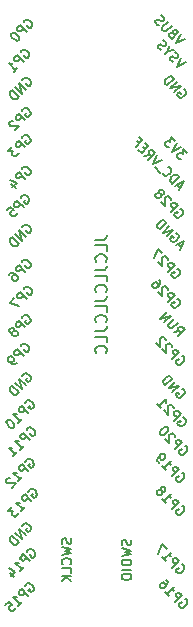
<source format=gbr>
G04 #@! TF.GenerationSoftware,KiCad,Pcbnew,5.1.9*
G04 #@! TF.CreationDate,2021-05-04T19:13:35+02:00*
G04 #@! TF.ProjectId,12v_FAN_Pico,3132765f-4641-44e5-9f50-69636f2e6b69,rev?*
G04 #@! TF.SameCoordinates,Original*
G04 #@! TF.FileFunction,Legend,Bot*
G04 #@! TF.FilePolarity,Positive*
%FSLAX46Y46*%
G04 Gerber Fmt 4.6, Leading zero omitted, Abs format (unit mm)*
G04 Created by KiCad (PCBNEW 5.1.9) date 2021-05-04 19:13:35*
%MOMM*%
%LPD*%
G01*
G04 APERTURE LIST*
%ADD10C,0.150000*%
G04 APERTURE END LIST*
D10*
X67778380Y-58372952D02*
X68492666Y-58372952D01*
X68635523Y-58325333D01*
X68730761Y-58230095D01*
X68778380Y-58087238D01*
X68778380Y-57992000D01*
X68778380Y-59325333D02*
X68778380Y-58849142D01*
X67778380Y-58849142D01*
X68683142Y-60230095D02*
X68730761Y-60182476D01*
X68778380Y-60039619D01*
X68778380Y-59944380D01*
X68730761Y-59801523D01*
X68635523Y-59706285D01*
X68540285Y-59658666D01*
X68349809Y-59611047D01*
X68206952Y-59611047D01*
X68016476Y-59658666D01*
X67921238Y-59706285D01*
X67826000Y-59801523D01*
X67778380Y-59944380D01*
X67778380Y-60039619D01*
X67826000Y-60182476D01*
X67873619Y-60230095D01*
X67778380Y-60944380D02*
X68492666Y-60944380D01*
X68635523Y-60896761D01*
X68730761Y-60801523D01*
X68778380Y-60658666D01*
X68778380Y-60563428D01*
X68778380Y-61896761D02*
X68778380Y-61420571D01*
X67778380Y-61420571D01*
X68683142Y-62801523D02*
X68730761Y-62753904D01*
X68778380Y-62611047D01*
X68778380Y-62515809D01*
X68730761Y-62372952D01*
X68635523Y-62277714D01*
X68540285Y-62230095D01*
X68349809Y-62182476D01*
X68206952Y-62182476D01*
X68016476Y-62230095D01*
X67921238Y-62277714D01*
X67826000Y-62372952D01*
X67778380Y-62515809D01*
X67778380Y-62611047D01*
X67826000Y-62753904D01*
X67873619Y-62801523D01*
X67778380Y-63515809D02*
X68492666Y-63515809D01*
X68635523Y-63468190D01*
X68730761Y-63372952D01*
X68778380Y-63230095D01*
X68778380Y-63134857D01*
X68778380Y-64468190D02*
X68778380Y-63992000D01*
X67778380Y-63992000D01*
X68683142Y-65372952D02*
X68730761Y-65325333D01*
X68778380Y-65182476D01*
X68778380Y-65087238D01*
X68730761Y-64944380D01*
X68635523Y-64849142D01*
X68540285Y-64801523D01*
X68349809Y-64753904D01*
X68206952Y-64753904D01*
X68016476Y-64801523D01*
X67921238Y-64849142D01*
X67826000Y-64944380D01*
X67778380Y-65087238D01*
X67778380Y-65182476D01*
X67826000Y-65325333D01*
X67873619Y-65372952D01*
X67778380Y-66087238D02*
X68492666Y-66087238D01*
X68635523Y-66039619D01*
X68730761Y-65944380D01*
X68778380Y-65801523D01*
X68778380Y-65706285D01*
X68778380Y-67039619D02*
X68778380Y-66563428D01*
X67778380Y-66563428D01*
X68683142Y-67944380D02*
X68730761Y-67896761D01*
X68778380Y-67753904D01*
X68778380Y-67658666D01*
X68730761Y-67515809D01*
X68635523Y-67420571D01*
X68540285Y-67372952D01*
X68349809Y-67325333D01*
X68206952Y-67325333D01*
X68016476Y-67372952D01*
X67921238Y-67420571D01*
X67826000Y-67515809D01*
X67778380Y-67658666D01*
X67778380Y-67753904D01*
X67826000Y-67896761D01*
X67873619Y-67944380D01*
X70808809Y-83775761D02*
X70846904Y-83890047D01*
X70846904Y-84080523D01*
X70808809Y-84156714D01*
X70770714Y-84194809D01*
X70694523Y-84232904D01*
X70618333Y-84232904D01*
X70542142Y-84194809D01*
X70504047Y-84156714D01*
X70465952Y-84080523D01*
X70427857Y-83928142D01*
X70389761Y-83851952D01*
X70351666Y-83813857D01*
X70275476Y-83775761D01*
X70199285Y-83775761D01*
X70123095Y-83813857D01*
X70085000Y-83851952D01*
X70046904Y-83928142D01*
X70046904Y-84118619D01*
X70085000Y-84232904D01*
X70046904Y-84499571D02*
X70846904Y-84690047D01*
X70275476Y-84842428D01*
X70846904Y-84994809D01*
X70046904Y-85185285D01*
X70846904Y-85490047D02*
X70046904Y-85490047D01*
X70046904Y-85680523D01*
X70085000Y-85794809D01*
X70161190Y-85871000D01*
X70237380Y-85909095D01*
X70389761Y-85947190D01*
X70504047Y-85947190D01*
X70656428Y-85909095D01*
X70732619Y-85871000D01*
X70808809Y-85794809D01*
X70846904Y-85680523D01*
X70846904Y-85490047D01*
X70846904Y-86290047D02*
X70046904Y-86290047D01*
X70046904Y-86823380D02*
X70046904Y-86975761D01*
X70085000Y-87051952D01*
X70161190Y-87128142D01*
X70313571Y-87166238D01*
X70580238Y-87166238D01*
X70732619Y-87128142D01*
X70808809Y-87051952D01*
X70846904Y-86975761D01*
X70846904Y-86823380D01*
X70808809Y-86747190D01*
X70732619Y-86671000D01*
X70580238Y-86632904D01*
X70313571Y-86632904D01*
X70161190Y-86671000D01*
X70085000Y-86747190D01*
X70046904Y-86823380D01*
X65728809Y-83661476D02*
X65766904Y-83775761D01*
X65766904Y-83966238D01*
X65728809Y-84042428D01*
X65690714Y-84080523D01*
X65614523Y-84118619D01*
X65538333Y-84118619D01*
X65462142Y-84080523D01*
X65424047Y-84042428D01*
X65385952Y-83966238D01*
X65347857Y-83813857D01*
X65309761Y-83737666D01*
X65271666Y-83699571D01*
X65195476Y-83661476D01*
X65119285Y-83661476D01*
X65043095Y-83699571D01*
X65005000Y-83737666D01*
X64966904Y-83813857D01*
X64966904Y-84004333D01*
X65005000Y-84118619D01*
X64966904Y-84385285D02*
X65766904Y-84575761D01*
X65195476Y-84728142D01*
X65766904Y-84880523D01*
X64966904Y-85071000D01*
X65690714Y-85832904D02*
X65728809Y-85794809D01*
X65766904Y-85680523D01*
X65766904Y-85604333D01*
X65728809Y-85490047D01*
X65652619Y-85413857D01*
X65576428Y-85375761D01*
X65424047Y-85337666D01*
X65309761Y-85337666D01*
X65157380Y-85375761D01*
X65081190Y-85413857D01*
X65005000Y-85490047D01*
X64966904Y-85604333D01*
X64966904Y-85680523D01*
X65005000Y-85794809D01*
X65043095Y-85832904D01*
X65766904Y-86556714D02*
X65766904Y-86175761D01*
X64966904Y-86175761D01*
X65766904Y-86823380D02*
X64966904Y-86823380D01*
X65766904Y-87280523D02*
X65309761Y-86937666D01*
X64966904Y-87280523D02*
X65424047Y-86823380D01*
X75070402Y-59002964D02*
X74801028Y-58733590D01*
X74962653Y-59218463D02*
X75339776Y-58464216D01*
X74585529Y-58841340D01*
X74639404Y-57817719D02*
X74720216Y-57844656D01*
X74801028Y-57925468D01*
X74854903Y-58033218D01*
X74854903Y-58140967D01*
X74827966Y-58221780D01*
X74747154Y-58356467D01*
X74666341Y-58437279D01*
X74531654Y-58518091D01*
X74450842Y-58545028D01*
X74343093Y-58545028D01*
X74235343Y-58491154D01*
X74181468Y-58437279D01*
X74127593Y-58329529D01*
X74127593Y-58275654D01*
X74316155Y-58087093D01*
X74423905Y-58194842D01*
X73831282Y-58087093D02*
X74396967Y-57521407D01*
X73508033Y-57763844D01*
X74073719Y-57198158D01*
X73238659Y-57494470D02*
X73804345Y-56928784D01*
X73669658Y-56794097D01*
X73561908Y-56740223D01*
X73454158Y-56740223D01*
X73373346Y-56767160D01*
X73238659Y-56847972D01*
X73157847Y-56928784D01*
X73077035Y-57063471D01*
X73050097Y-57144284D01*
X73050097Y-57252033D01*
X73103972Y-57359783D01*
X73238659Y-57494470D01*
X75262841Y-45614155D02*
X75343653Y-45641093D01*
X75424465Y-45721905D01*
X75478340Y-45829654D01*
X75478340Y-45937404D01*
X75451402Y-46018216D01*
X75370590Y-46152903D01*
X75289778Y-46233715D01*
X75155091Y-46314528D01*
X75074279Y-46341465D01*
X74966529Y-46341465D01*
X74858780Y-46287590D01*
X74804905Y-46233715D01*
X74751030Y-46125966D01*
X74751030Y-46072091D01*
X74939592Y-45883529D01*
X75047341Y-45991279D01*
X74454719Y-45883529D02*
X75020404Y-45317844D01*
X74131470Y-45560280D01*
X74697155Y-44994595D01*
X73862096Y-45290906D02*
X74427781Y-44725221D01*
X74293094Y-44590534D01*
X74185345Y-44536659D01*
X74077595Y-44536659D01*
X73996783Y-44563597D01*
X73862096Y-44644409D01*
X73781284Y-44725221D01*
X73700471Y-44859908D01*
X73673534Y-44940720D01*
X73673534Y-45048470D01*
X73727409Y-45156219D01*
X73862096Y-45290906D01*
X75135841Y-71014155D02*
X75216653Y-71041093D01*
X75297465Y-71121905D01*
X75351340Y-71229654D01*
X75351340Y-71337404D01*
X75324402Y-71418216D01*
X75243590Y-71552903D01*
X75162778Y-71633715D01*
X75028091Y-71714528D01*
X74947279Y-71741465D01*
X74839529Y-71741465D01*
X74731780Y-71687590D01*
X74677905Y-71633715D01*
X74624030Y-71525966D01*
X74624030Y-71472091D01*
X74812592Y-71283529D01*
X74920341Y-71391279D01*
X74327719Y-71283529D02*
X74893404Y-70717844D01*
X74004470Y-70960280D01*
X74570155Y-70394595D01*
X73735096Y-70690906D02*
X74300781Y-70125221D01*
X74166094Y-69990534D01*
X74058345Y-69936659D01*
X73950595Y-69936659D01*
X73869783Y-69963597D01*
X73735096Y-70044409D01*
X73654284Y-70125221D01*
X73573471Y-70259908D01*
X73546534Y-70340720D01*
X73546534Y-70448470D01*
X73600409Y-70556219D01*
X73735096Y-70690906D01*
X61616155Y-82598158D02*
X61643093Y-82517346D01*
X61723905Y-82436534D01*
X61831654Y-82382659D01*
X61939404Y-82382659D01*
X62020216Y-82409597D01*
X62154903Y-82490409D01*
X62235715Y-82571221D01*
X62316528Y-82705908D01*
X62343465Y-82786720D01*
X62343465Y-82894470D01*
X62289590Y-83002219D01*
X62235715Y-83056094D01*
X62127966Y-83109969D01*
X62074091Y-83109969D01*
X61885529Y-82921407D01*
X61993279Y-82813658D01*
X61885529Y-83406280D02*
X61319844Y-82840595D01*
X61562280Y-83729529D01*
X60996595Y-83163844D01*
X61292906Y-83998903D02*
X60727221Y-83433218D01*
X60592534Y-83567905D01*
X60538659Y-83675654D01*
X60538659Y-83783404D01*
X60565597Y-83864216D01*
X60646409Y-83998903D01*
X60727221Y-84079715D01*
X60861908Y-84160528D01*
X60942720Y-84187465D01*
X61050470Y-84187465D01*
X61158219Y-84133590D01*
X61292906Y-83998903D01*
X61616155Y-69898158D02*
X61643093Y-69817346D01*
X61723905Y-69736534D01*
X61831654Y-69682659D01*
X61939404Y-69682659D01*
X62020216Y-69709597D01*
X62154903Y-69790409D01*
X62235715Y-69871221D01*
X62316528Y-70005908D01*
X62343465Y-70086720D01*
X62343465Y-70194470D01*
X62289590Y-70302219D01*
X62235715Y-70356094D01*
X62127966Y-70409969D01*
X62074091Y-70409969D01*
X61885529Y-70221407D01*
X61993279Y-70113658D01*
X61885529Y-70706280D02*
X61319844Y-70140595D01*
X61562280Y-71029529D01*
X60996595Y-70463844D01*
X61292906Y-71298903D02*
X60727221Y-70733218D01*
X60592534Y-70867905D01*
X60538659Y-70975654D01*
X60538659Y-71083404D01*
X60565597Y-71164216D01*
X60646409Y-71298903D01*
X60727221Y-71379715D01*
X60861908Y-71460528D01*
X60942720Y-71487465D01*
X61050470Y-71487465D01*
X61158219Y-71433590D01*
X61292906Y-71298903D01*
X61616155Y-57325158D02*
X61643093Y-57244346D01*
X61723905Y-57163534D01*
X61831654Y-57109659D01*
X61939404Y-57109659D01*
X62020216Y-57136597D01*
X62154903Y-57217409D01*
X62235715Y-57298221D01*
X62316528Y-57432908D01*
X62343465Y-57513720D01*
X62343465Y-57621470D01*
X62289590Y-57729219D01*
X62235715Y-57783094D01*
X62127966Y-57836969D01*
X62074091Y-57836969D01*
X61885529Y-57648407D01*
X61993279Y-57540658D01*
X61885529Y-58133280D02*
X61319844Y-57567595D01*
X61562280Y-58456529D01*
X60996595Y-57890844D01*
X61292906Y-58725903D02*
X60727221Y-58160218D01*
X60592534Y-58294905D01*
X60538659Y-58402654D01*
X60538659Y-58510404D01*
X60565597Y-58591216D01*
X60646409Y-58725903D01*
X60727221Y-58806715D01*
X60861908Y-58887528D01*
X60942720Y-58914465D01*
X61050470Y-58914465D01*
X61158219Y-58860590D01*
X61292906Y-58725903D01*
X61616155Y-44879158D02*
X61643093Y-44798346D01*
X61723905Y-44717534D01*
X61831654Y-44663659D01*
X61939404Y-44663659D01*
X62020216Y-44690597D01*
X62154903Y-44771409D01*
X62235715Y-44852221D01*
X62316528Y-44986908D01*
X62343465Y-45067720D01*
X62343465Y-45175470D01*
X62289590Y-45283219D01*
X62235715Y-45337094D01*
X62127966Y-45390969D01*
X62074091Y-45390969D01*
X61885529Y-45202407D01*
X61993279Y-45094658D01*
X61885529Y-45687280D02*
X61319844Y-45121595D01*
X61562280Y-46010529D01*
X60996595Y-45444844D01*
X61292906Y-46279903D02*
X60727221Y-45714218D01*
X60592534Y-45848905D01*
X60538659Y-45956654D01*
X60538659Y-46064404D01*
X60565597Y-46145216D01*
X60646409Y-46279903D01*
X60727221Y-46360715D01*
X60861908Y-46441528D01*
X60942720Y-46468465D01*
X61050470Y-46468465D01*
X61158219Y-46414590D01*
X61292906Y-46279903D01*
X75387870Y-41367309D02*
X74633622Y-41744433D01*
X75010746Y-40990186D01*
X74364248Y-40882436D02*
X74256499Y-40828561D01*
X74202624Y-40828561D01*
X74121812Y-40855499D01*
X74041000Y-40936311D01*
X74014062Y-41017123D01*
X74014062Y-41070998D01*
X74041000Y-41151810D01*
X74256499Y-41367309D01*
X74822184Y-40801624D01*
X74633622Y-40613062D01*
X74552810Y-40586125D01*
X74498935Y-40586125D01*
X74418123Y-40613062D01*
X74364248Y-40666937D01*
X74337311Y-40747749D01*
X74337311Y-40801624D01*
X74364248Y-40882436D01*
X74552810Y-41070998D01*
X74256499Y-40235938D02*
X73798563Y-40693874D01*
X73717751Y-40720812D01*
X73663876Y-40720812D01*
X73583064Y-40693874D01*
X73475314Y-40586125D01*
X73448377Y-40505312D01*
X73448377Y-40451438D01*
X73475314Y-40370625D01*
X73933250Y-39912690D01*
X73152065Y-40209001D02*
X73044316Y-40155126D01*
X72909629Y-40020439D01*
X72882691Y-39939627D01*
X72882691Y-39885752D01*
X72909629Y-39804940D01*
X72963503Y-39751065D01*
X73044316Y-39724128D01*
X73098190Y-39724128D01*
X73179003Y-39751065D01*
X73313690Y-39831877D01*
X73394502Y-39858815D01*
X73448377Y-39858815D01*
X73529189Y-39831877D01*
X73583064Y-39778003D01*
X73610001Y-39697190D01*
X73610001Y-39643316D01*
X73583064Y-39562503D01*
X73448377Y-39427816D01*
X73340627Y-39373942D01*
X75447526Y-43331966D02*
X74693279Y-43709089D01*
X75070402Y-42954842D01*
X74370030Y-43331966D02*
X74262280Y-43278091D01*
X74127593Y-43143404D01*
X74100656Y-43062592D01*
X74100656Y-43008717D01*
X74127593Y-42927905D01*
X74181468Y-42874030D01*
X74262280Y-42847093D01*
X74316155Y-42847093D01*
X74396967Y-42874030D01*
X74531654Y-42954842D01*
X74612467Y-42981780D01*
X74666341Y-42981780D01*
X74747154Y-42954842D01*
X74801028Y-42900967D01*
X74827966Y-42820155D01*
X74827966Y-42766280D01*
X74801028Y-42685468D01*
X74666341Y-42550781D01*
X74558592Y-42496906D01*
X73939032Y-42416094D02*
X73669658Y-42685468D01*
X74423905Y-42308345D02*
X73939032Y-42416094D01*
X74046781Y-41931221D01*
X73346409Y-42308345D02*
X73238659Y-42254470D01*
X73103972Y-42119783D01*
X73077035Y-42038971D01*
X73077035Y-41985096D01*
X73103972Y-41904284D01*
X73157847Y-41850409D01*
X73238659Y-41823471D01*
X73292534Y-41823471D01*
X73373346Y-41850409D01*
X73508033Y-41931221D01*
X73588845Y-41958158D01*
X73642720Y-41958158D01*
X73723532Y-41931221D01*
X73777407Y-41877346D01*
X73804345Y-41796534D01*
X73804345Y-41742659D01*
X73777407Y-41661847D01*
X73642720Y-41527160D01*
X73534971Y-41473285D01*
X75559152Y-51063592D02*
X75208966Y-50713406D01*
X75182028Y-51117467D01*
X75101216Y-51036654D01*
X75020404Y-51009717D01*
X74966529Y-51009717D01*
X74885717Y-51036654D01*
X74751030Y-51171341D01*
X74724093Y-51252154D01*
X74724093Y-51306028D01*
X74751030Y-51386841D01*
X74912654Y-51548465D01*
X74993467Y-51575402D01*
X75047341Y-51575402D01*
X75047341Y-50551781D02*
X74293094Y-50928905D01*
X74670218Y-50174658D01*
X74535531Y-50039971D02*
X74185345Y-49689784D01*
X74158407Y-50093845D01*
X74077595Y-50013033D01*
X73996783Y-49986096D01*
X73942908Y-49986096D01*
X73862096Y-50013033D01*
X73727409Y-50147720D01*
X73700471Y-50228532D01*
X73700471Y-50282407D01*
X73727409Y-50363219D01*
X73889033Y-50524844D01*
X73969845Y-50551781D01*
X74023720Y-50551781D01*
X74997211Y-53976773D02*
X74727837Y-53707399D01*
X74889462Y-54192272D02*
X75266585Y-53438025D01*
X74512338Y-53815149D01*
X74323776Y-53626587D02*
X74889462Y-53060902D01*
X74754775Y-52926215D01*
X74647025Y-52872340D01*
X74539276Y-52872340D01*
X74458463Y-52899277D01*
X74323776Y-52980089D01*
X74242964Y-53060902D01*
X74162152Y-53195589D01*
X74135215Y-53276401D01*
X74135215Y-53384150D01*
X74189089Y-53491900D01*
X74323776Y-53626587D01*
X73488717Y-52683778D02*
X73488717Y-52737653D01*
X73542592Y-52845402D01*
X73596467Y-52899277D01*
X73704216Y-52953152D01*
X73811966Y-52953152D01*
X73892778Y-52926215D01*
X74027465Y-52845402D01*
X74108277Y-52764590D01*
X74189089Y-52629903D01*
X74216027Y-52549091D01*
X74216027Y-52441341D01*
X74162152Y-52333592D01*
X74108277Y-52279717D01*
X74000528Y-52225842D01*
X73946653Y-52225842D01*
X73273218Y-52683778D02*
X72842219Y-52252780D01*
X73407905Y-51579345D02*
X72653658Y-51956468D01*
X73030781Y-51202221D01*
X71953285Y-51256096D02*
X72411221Y-51175284D01*
X72276534Y-51579345D02*
X72842219Y-51013659D01*
X72626720Y-50798160D01*
X72545908Y-50771223D01*
X72492033Y-50771223D01*
X72411221Y-50798160D01*
X72330409Y-50878972D01*
X72303471Y-50959784D01*
X72303471Y-51013659D01*
X72330409Y-51094471D01*
X72545908Y-51309971D01*
X72007160Y-50717348D02*
X71818598Y-50528786D01*
X71441475Y-50744285D02*
X71710849Y-51013659D01*
X72276534Y-50447974D01*
X72007160Y-50178600D01*
X71306788Y-50016975D02*
X71495349Y-50205537D01*
X71199038Y-50501849D02*
X71764723Y-49936163D01*
X71495349Y-49666789D01*
X74997277Y-55762592D02*
X75078089Y-55789529D01*
X75158902Y-55870341D01*
X75212776Y-55978091D01*
X75212776Y-56085841D01*
X75185839Y-56166653D01*
X75105027Y-56301340D01*
X75024215Y-56382152D01*
X74889528Y-56462964D01*
X74808715Y-56489902D01*
X74700966Y-56489902D01*
X74593216Y-56436027D01*
X74539341Y-56382152D01*
X74485467Y-56274402D01*
X74485467Y-56220528D01*
X74674028Y-56031966D01*
X74781778Y-56139715D01*
X74189155Y-56031966D02*
X74754841Y-55466280D01*
X74539341Y-55250781D01*
X74458529Y-55223844D01*
X74404654Y-55223844D01*
X74323842Y-55250781D01*
X74243030Y-55331593D01*
X74216093Y-55412406D01*
X74216093Y-55466280D01*
X74243030Y-55547093D01*
X74458529Y-55762592D01*
X74162218Y-54981407D02*
X74162218Y-54927532D01*
X74135280Y-54846720D01*
X74000593Y-54712033D01*
X73919781Y-54685096D01*
X73865906Y-54685096D01*
X73785094Y-54712033D01*
X73731219Y-54765908D01*
X73677345Y-54873658D01*
X73677345Y-55520155D01*
X73327158Y-55169969D01*
X73327158Y-54523471D02*
X73407971Y-54550409D01*
X73461845Y-54550409D01*
X73542658Y-54523471D01*
X73569595Y-54496534D01*
X73596532Y-54415722D01*
X73596532Y-54361847D01*
X73569595Y-54281035D01*
X73461845Y-54173285D01*
X73381033Y-54146348D01*
X73327158Y-54146348D01*
X73246346Y-54173285D01*
X73219409Y-54200223D01*
X73192471Y-54281035D01*
X73192471Y-54334910D01*
X73219409Y-54415722D01*
X73327158Y-54523471D01*
X73354096Y-54604284D01*
X73354096Y-54658158D01*
X73327158Y-54738971D01*
X73219409Y-54846720D01*
X73138597Y-54873658D01*
X73084722Y-54873658D01*
X73003910Y-54846720D01*
X72896160Y-54738971D01*
X72869223Y-54658158D01*
X72869223Y-54604284D01*
X72896160Y-54523471D01*
X73003910Y-54415722D01*
X73084722Y-54388784D01*
X73138597Y-54388784D01*
X73219409Y-54415722D01*
X74743277Y-60842592D02*
X74824089Y-60869529D01*
X74904902Y-60950341D01*
X74958776Y-61058091D01*
X74958776Y-61165841D01*
X74931839Y-61246653D01*
X74851027Y-61381340D01*
X74770215Y-61462152D01*
X74635528Y-61542964D01*
X74554715Y-61569902D01*
X74446966Y-61569902D01*
X74339216Y-61516027D01*
X74285341Y-61462152D01*
X74231467Y-61354402D01*
X74231467Y-61300528D01*
X74420028Y-61111966D01*
X74527778Y-61219715D01*
X73935155Y-61111966D02*
X74500841Y-60546280D01*
X74285341Y-60330781D01*
X74204529Y-60303844D01*
X74150654Y-60303844D01*
X74069842Y-60330781D01*
X73989030Y-60411593D01*
X73962093Y-60492406D01*
X73962093Y-60546280D01*
X73989030Y-60627093D01*
X74204529Y-60842592D01*
X73908218Y-60061407D02*
X73908218Y-60007532D01*
X73881280Y-59926720D01*
X73746593Y-59792033D01*
X73665781Y-59765096D01*
X73611906Y-59765096D01*
X73531094Y-59792033D01*
X73477219Y-59845908D01*
X73423345Y-59953658D01*
X73423345Y-60600155D01*
X73073158Y-60249969D01*
X73450282Y-59495722D02*
X73073158Y-59118598D01*
X72749910Y-59926720D01*
X74743277Y-63382592D02*
X74824089Y-63409529D01*
X74904902Y-63490341D01*
X74958776Y-63598091D01*
X74958776Y-63705841D01*
X74931839Y-63786653D01*
X74851027Y-63921340D01*
X74770215Y-64002152D01*
X74635528Y-64082964D01*
X74554715Y-64109902D01*
X74446966Y-64109902D01*
X74339216Y-64056027D01*
X74285341Y-64002152D01*
X74231467Y-63894402D01*
X74231467Y-63840528D01*
X74420028Y-63651966D01*
X74527778Y-63759715D01*
X73935155Y-63651966D02*
X74500841Y-63086280D01*
X74285341Y-62870781D01*
X74204529Y-62843844D01*
X74150654Y-62843844D01*
X74069842Y-62870781D01*
X73989030Y-62951593D01*
X73962093Y-63032406D01*
X73962093Y-63086280D01*
X73989030Y-63167093D01*
X74204529Y-63382592D01*
X73908218Y-62601407D02*
X73908218Y-62547532D01*
X73881280Y-62466720D01*
X73746593Y-62332033D01*
X73665781Y-62305096D01*
X73611906Y-62305096D01*
X73531094Y-62332033D01*
X73477219Y-62385908D01*
X73423345Y-62493658D01*
X73423345Y-63140155D01*
X73073158Y-62789969D01*
X73153971Y-61739410D02*
X73261720Y-61847160D01*
X73288658Y-61927972D01*
X73288658Y-61981847D01*
X73261720Y-62116534D01*
X73180908Y-62251221D01*
X72965409Y-62466720D01*
X72884597Y-62493658D01*
X72830722Y-62493658D01*
X72749910Y-62466720D01*
X72642160Y-62358971D01*
X72615223Y-62278158D01*
X72615223Y-62224284D01*
X72642160Y-62143471D01*
X72776847Y-62008784D01*
X72857659Y-61981847D01*
X72911534Y-61981847D01*
X72992346Y-62008784D01*
X73100096Y-62116534D01*
X73127033Y-62197346D01*
X73127033Y-62251221D01*
X73100096Y-62332033D01*
X74456624Y-66205435D02*
X74914560Y-66124622D01*
X74779873Y-66528683D02*
X75345558Y-65962998D01*
X75130059Y-65747499D01*
X75049247Y-65720561D01*
X74995372Y-65720561D01*
X74914560Y-65747499D01*
X74833748Y-65828311D01*
X74806810Y-65909123D01*
X74806810Y-65962998D01*
X74833748Y-66043810D01*
X75049247Y-66259309D01*
X74779873Y-65397312D02*
X74321937Y-65855248D01*
X74241125Y-65882186D01*
X74187250Y-65882186D01*
X74106438Y-65855248D01*
X73998688Y-65747499D01*
X73971751Y-65666687D01*
X73971751Y-65612812D01*
X73998688Y-65532000D01*
X74456624Y-65074064D01*
X73621564Y-65370375D02*
X74187250Y-64804690D01*
X73298316Y-65047126D01*
X73864001Y-64481441D01*
X75124277Y-68208592D02*
X75205089Y-68235529D01*
X75285902Y-68316341D01*
X75339776Y-68424091D01*
X75339776Y-68531841D01*
X75312839Y-68612653D01*
X75232027Y-68747340D01*
X75151215Y-68828152D01*
X75016528Y-68908964D01*
X74935715Y-68935902D01*
X74827966Y-68935902D01*
X74720216Y-68882027D01*
X74666341Y-68828152D01*
X74612467Y-68720402D01*
X74612467Y-68666528D01*
X74801028Y-68477966D01*
X74908778Y-68585715D01*
X74316155Y-68477966D02*
X74881841Y-67912280D01*
X74666341Y-67696781D01*
X74585529Y-67669844D01*
X74531654Y-67669844D01*
X74450842Y-67696781D01*
X74370030Y-67777593D01*
X74343093Y-67858406D01*
X74343093Y-67912280D01*
X74370030Y-67993093D01*
X74585529Y-68208592D01*
X74289218Y-67427407D02*
X74289218Y-67373532D01*
X74262280Y-67292720D01*
X74127593Y-67158033D01*
X74046781Y-67131096D01*
X73992906Y-67131096D01*
X73912094Y-67158033D01*
X73858219Y-67211908D01*
X73804345Y-67319658D01*
X73804345Y-67966155D01*
X73454158Y-67615969D01*
X73750470Y-66888659D02*
X73750470Y-66834784D01*
X73723532Y-66753972D01*
X73588845Y-66619285D01*
X73508033Y-66592348D01*
X73454158Y-66592348D01*
X73373346Y-66619285D01*
X73319471Y-66673160D01*
X73265597Y-66780910D01*
X73265597Y-67427407D01*
X72915410Y-67077221D01*
X75251277Y-73415592D02*
X75332089Y-73442529D01*
X75412902Y-73523341D01*
X75466776Y-73631091D01*
X75466776Y-73738841D01*
X75439839Y-73819653D01*
X75359027Y-73954340D01*
X75278215Y-74035152D01*
X75143528Y-74115964D01*
X75062715Y-74142902D01*
X74954966Y-74142902D01*
X74847216Y-74089027D01*
X74793341Y-74035152D01*
X74739467Y-73927402D01*
X74739467Y-73873528D01*
X74928028Y-73684966D01*
X75035778Y-73792715D01*
X74443155Y-73684966D02*
X75008841Y-73119280D01*
X74793341Y-72903781D01*
X74712529Y-72876844D01*
X74658654Y-72876844D01*
X74577842Y-72903781D01*
X74497030Y-72984593D01*
X74470093Y-73065406D01*
X74470093Y-73119280D01*
X74497030Y-73200093D01*
X74712529Y-73415592D01*
X74416218Y-72634407D02*
X74416218Y-72580532D01*
X74389280Y-72499720D01*
X74254593Y-72365033D01*
X74173781Y-72338096D01*
X74119906Y-72338096D01*
X74039094Y-72365033D01*
X73985219Y-72418908D01*
X73931345Y-72526658D01*
X73931345Y-73173155D01*
X73581158Y-72822969D01*
X73042410Y-72284221D02*
X73365659Y-72607470D01*
X73204035Y-72445845D02*
X73769720Y-71880160D01*
X73742783Y-72014847D01*
X73742783Y-72122597D01*
X73769720Y-72203409D01*
X75378277Y-75828592D02*
X75459089Y-75855529D01*
X75539902Y-75936341D01*
X75593776Y-76044091D01*
X75593776Y-76151841D01*
X75566839Y-76232653D01*
X75486027Y-76367340D01*
X75405215Y-76448152D01*
X75270528Y-76528964D01*
X75189715Y-76555902D01*
X75081966Y-76555902D01*
X74974216Y-76502027D01*
X74920341Y-76448152D01*
X74866467Y-76340402D01*
X74866467Y-76286528D01*
X75055028Y-76097966D01*
X75162778Y-76205715D01*
X74570155Y-76097966D02*
X75135841Y-75532280D01*
X74920341Y-75316781D01*
X74839529Y-75289844D01*
X74785654Y-75289844D01*
X74704842Y-75316781D01*
X74624030Y-75397593D01*
X74597093Y-75478406D01*
X74597093Y-75532280D01*
X74624030Y-75613093D01*
X74839529Y-75828592D01*
X74543218Y-75047407D02*
X74543218Y-74993532D01*
X74516280Y-74912720D01*
X74381593Y-74778033D01*
X74300781Y-74751096D01*
X74246906Y-74751096D01*
X74166094Y-74778033D01*
X74112219Y-74831908D01*
X74058345Y-74939658D01*
X74058345Y-75586155D01*
X73708158Y-75235969D01*
X73923658Y-74320097D02*
X73869783Y-74266223D01*
X73788971Y-74239285D01*
X73735096Y-74239285D01*
X73654284Y-74266223D01*
X73519597Y-74347035D01*
X73384910Y-74481722D01*
X73304097Y-74616409D01*
X73277160Y-74697221D01*
X73277160Y-74751096D01*
X73304097Y-74831908D01*
X73357972Y-74885783D01*
X73438784Y-74912720D01*
X73492659Y-74912720D01*
X73573471Y-74885783D01*
X73708158Y-74804971D01*
X73842845Y-74670284D01*
X73923658Y-74535597D01*
X73950595Y-74454784D01*
X73950595Y-74400910D01*
X73923658Y-74320097D01*
X75124277Y-78114592D02*
X75205089Y-78141529D01*
X75285902Y-78222341D01*
X75339776Y-78330091D01*
X75339776Y-78437841D01*
X75312839Y-78518653D01*
X75232027Y-78653340D01*
X75151215Y-78734152D01*
X75016528Y-78814964D01*
X74935715Y-78841902D01*
X74827966Y-78841902D01*
X74720216Y-78788027D01*
X74666341Y-78734152D01*
X74612467Y-78626402D01*
X74612467Y-78572528D01*
X74801028Y-78383966D01*
X74908778Y-78491715D01*
X74316155Y-78383966D02*
X74881841Y-77818280D01*
X74666341Y-77602781D01*
X74585529Y-77575844D01*
X74531654Y-77575844D01*
X74450842Y-77602781D01*
X74370030Y-77683593D01*
X74343093Y-77764406D01*
X74343093Y-77818280D01*
X74370030Y-77899093D01*
X74585529Y-78114592D01*
X73454158Y-77521969D02*
X73777407Y-77845218D01*
X73615783Y-77683593D02*
X74181468Y-77117908D01*
X74154531Y-77252595D01*
X74154531Y-77360345D01*
X74181468Y-77441157D01*
X73184784Y-77252595D02*
X73077035Y-77144845D01*
X73050097Y-77064033D01*
X73050097Y-77010158D01*
X73077035Y-76875471D01*
X73157847Y-76740784D01*
X73373346Y-76525285D01*
X73454158Y-76498348D01*
X73508033Y-76498348D01*
X73588845Y-76525285D01*
X73696595Y-76633035D01*
X73723532Y-76713847D01*
X73723532Y-76767722D01*
X73696595Y-76848534D01*
X73561908Y-76983221D01*
X73481096Y-77010158D01*
X73427221Y-77010158D01*
X73346409Y-76983221D01*
X73238659Y-76875471D01*
X73211722Y-76794659D01*
X73211722Y-76740784D01*
X73238659Y-76659972D01*
X75124277Y-80908592D02*
X75205089Y-80935529D01*
X75285902Y-81016341D01*
X75339776Y-81124091D01*
X75339776Y-81231841D01*
X75312839Y-81312653D01*
X75232027Y-81447340D01*
X75151215Y-81528152D01*
X75016528Y-81608964D01*
X74935715Y-81635902D01*
X74827966Y-81635902D01*
X74720216Y-81582027D01*
X74666341Y-81528152D01*
X74612467Y-81420402D01*
X74612467Y-81366528D01*
X74801028Y-81177966D01*
X74908778Y-81285715D01*
X74316155Y-81177966D02*
X74881841Y-80612280D01*
X74666341Y-80396781D01*
X74585529Y-80369844D01*
X74531654Y-80369844D01*
X74450842Y-80396781D01*
X74370030Y-80477593D01*
X74343093Y-80558406D01*
X74343093Y-80612280D01*
X74370030Y-80693093D01*
X74585529Y-80908592D01*
X73454158Y-80315969D02*
X73777407Y-80639218D01*
X73615783Y-80477593D02*
X74181468Y-79911908D01*
X74154531Y-80046595D01*
X74154531Y-80154345D01*
X74181468Y-80235157D01*
X73454158Y-79669471D02*
X73534971Y-79696409D01*
X73588845Y-79696409D01*
X73669658Y-79669471D01*
X73696595Y-79642534D01*
X73723532Y-79561722D01*
X73723532Y-79507847D01*
X73696595Y-79427035D01*
X73588845Y-79319285D01*
X73508033Y-79292348D01*
X73454158Y-79292348D01*
X73373346Y-79319285D01*
X73346409Y-79346223D01*
X73319471Y-79427035D01*
X73319471Y-79480910D01*
X73346409Y-79561722D01*
X73454158Y-79669471D01*
X73481096Y-79750284D01*
X73481096Y-79804158D01*
X73454158Y-79884971D01*
X73346409Y-79992720D01*
X73265597Y-80019658D01*
X73211722Y-80019658D01*
X73130910Y-79992720D01*
X73023160Y-79884971D01*
X72996223Y-79804158D01*
X72996223Y-79750284D01*
X73023160Y-79669471D01*
X73130910Y-79561722D01*
X73211722Y-79534784D01*
X73265597Y-79534784D01*
X73346409Y-79561722D01*
X75124277Y-85861592D02*
X75205089Y-85888529D01*
X75285902Y-85969341D01*
X75339776Y-86077091D01*
X75339776Y-86184841D01*
X75312839Y-86265653D01*
X75232027Y-86400340D01*
X75151215Y-86481152D01*
X75016528Y-86561964D01*
X74935715Y-86588902D01*
X74827966Y-86588902D01*
X74720216Y-86535027D01*
X74666341Y-86481152D01*
X74612467Y-86373402D01*
X74612467Y-86319528D01*
X74801028Y-86130966D01*
X74908778Y-86238715D01*
X74316155Y-86130966D02*
X74881841Y-85565280D01*
X74666341Y-85349781D01*
X74585529Y-85322844D01*
X74531654Y-85322844D01*
X74450842Y-85349781D01*
X74370030Y-85430593D01*
X74343093Y-85511406D01*
X74343093Y-85565280D01*
X74370030Y-85646093D01*
X74585529Y-85861592D01*
X73454158Y-85268969D02*
X73777407Y-85592218D01*
X73615783Y-85430593D02*
X74181468Y-84864908D01*
X74154531Y-84999595D01*
X74154531Y-85107345D01*
X74181468Y-85188157D01*
X73831282Y-84514722D02*
X73454158Y-84137598D01*
X73130910Y-84945720D01*
X75378277Y-88782592D02*
X75459089Y-88809529D01*
X75539902Y-88890341D01*
X75593776Y-88998091D01*
X75593776Y-89105841D01*
X75566839Y-89186653D01*
X75486027Y-89321340D01*
X75405215Y-89402152D01*
X75270528Y-89482964D01*
X75189715Y-89509902D01*
X75081966Y-89509902D01*
X74974216Y-89456027D01*
X74920341Y-89402152D01*
X74866467Y-89294402D01*
X74866467Y-89240528D01*
X75055028Y-89051966D01*
X75162778Y-89159715D01*
X74570155Y-89051966D02*
X75135841Y-88486280D01*
X74920341Y-88270781D01*
X74839529Y-88243844D01*
X74785654Y-88243844D01*
X74704842Y-88270781D01*
X74624030Y-88351593D01*
X74597093Y-88432406D01*
X74597093Y-88486280D01*
X74624030Y-88567093D01*
X74839529Y-88782592D01*
X73708158Y-88189969D02*
X74031407Y-88513218D01*
X73869783Y-88351593D02*
X74435468Y-87785908D01*
X74408531Y-87920595D01*
X74408531Y-88028345D01*
X74435468Y-88109157D01*
X73788971Y-87139410D02*
X73896720Y-87247160D01*
X73923658Y-87327972D01*
X73923658Y-87381847D01*
X73896720Y-87516534D01*
X73815908Y-87651221D01*
X73600409Y-87866720D01*
X73519597Y-87893658D01*
X73465722Y-87893658D01*
X73384910Y-87866720D01*
X73277160Y-87758971D01*
X73250223Y-87678158D01*
X73250223Y-87624284D01*
X73277160Y-87543471D01*
X73411847Y-87408784D01*
X73492659Y-87381847D01*
X73546534Y-87381847D01*
X73627346Y-87408784D01*
X73735096Y-87516534D01*
X73762033Y-87597346D01*
X73762033Y-87651221D01*
X73735096Y-87732033D01*
X61858592Y-87689722D02*
X61885529Y-87608910D01*
X61966341Y-87528097D01*
X62074091Y-87474223D01*
X62181841Y-87474223D01*
X62262653Y-87501160D01*
X62397340Y-87581972D01*
X62478152Y-87662784D01*
X62558964Y-87797471D01*
X62585902Y-87878284D01*
X62585902Y-87986033D01*
X62532027Y-88093783D01*
X62478152Y-88147658D01*
X62370402Y-88201532D01*
X62316528Y-88201532D01*
X62127966Y-88012971D01*
X62235715Y-87905221D01*
X62127966Y-88497844D02*
X61562280Y-87932158D01*
X61346781Y-88147658D01*
X61319844Y-88228470D01*
X61319844Y-88282345D01*
X61346781Y-88363157D01*
X61427593Y-88443969D01*
X61508406Y-88470906D01*
X61562280Y-88470906D01*
X61643093Y-88443969D01*
X61858592Y-88228470D01*
X61265969Y-89359841D02*
X61589218Y-89036592D01*
X61427593Y-89198216D02*
X60861908Y-88632531D01*
X60996595Y-88659468D01*
X61104345Y-88659468D01*
X61185157Y-88632531D01*
X60188473Y-89305966D02*
X60457847Y-89036592D01*
X60754158Y-89279028D01*
X60700284Y-89279028D01*
X60619471Y-89305966D01*
X60484784Y-89440653D01*
X60457847Y-89521465D01*
X60457847Y-89575340D01*
X60484784Y-89656152D01*
X60619471Y-89790839D01*
X60700284Y-89817776D01*
X60754158Y-89817776D01*
X60834971Y-89790839D01*
X60969658Y-89656152D01*
X60996595Y-89575340D01*
X60996595Y-89521465D01*
X61985592Y-84768722D02*
X62012529Y-84687910D01*
X62093341Y-84607097D01*
X62201091Y-84553223D01*
X62308841Y-84553223D01*
X62389653Y-84580160D01*
X62524340Y-84660972D01*
X62605152Y-84741784D01*
X62685964Y-84876471D01*
X62712902Y-84957284D01*
X62712902Y-85065033D01*
X62659027Y-85172783D01*
X62605152Y-85226658D01*
X62497402Y-85280532D01*
X62443528Y-85280532D01*
X62254966Y-85091971D01*
X62362715Y-84984221D01*
X62254966Y-85576844D02*
X61689280Y-85011158D01*
X61473781Y-85226658D01*
X61446844Y-85307470D01*
X61446844Y-85361345D01*
X61473781Y-85442157D01*
X61554593Y-85522969D01*
X61635406Y-85549906D01*
X61689280Y-85549906D01*
X61770093Y-85522969D01*
X61985592Y-85307470D01*
X61392969Y-86438841D02*
X61716218Y-86115592D01*
X61554593Y-86277216D02*
X60988908Y-85711531D01*
X61123595Y-85738468D01*
X61231345Y-85738468D01*
X61312157Y-85711531D01*
X60530972Y-86546590D02*
X60908096Y-86923714D01*
X60450160Y-86196404D02*
X60988908Y-86465778D01*
X60638722Y-86815964D01*
X62112592Y-79688722D02*
X62139529Y-79607910D01*
X62220341Y-79527097D01*
X62328091Y-79473223D01*
X62435841Y-79473223D01*
X62516653Y-79500160D01*
X62651340Y-79580972D01*
X62732152Y-79661784D01*
X62812964Y-79796471D01*
X62839902Y-79877284D01*
X62839902Y-79985033D01*
X62786027Y-80092783D01*
X62732152Y-80146658D01*
X62624402Y-80200532D01*
X62570528Y-80200532D01*
X62381966Y-80011971D01*
X62489715Y-79904221D01*
X62381966Y-80496844D02*
X61816280Y-79931158D01*
X61600781Y-80146658D01*
X61573844Y-80227470D01*
X61573844Y-80281345D01*
X61600781Y-80362157D01*
X61681593Y-80442969D01*
X61762406Y-80469906D01*
X61816280Y-80469906D01*
X61897093Y-80442969D01*
X62112592Y-80227470D01*
X61519969Y-81358841D02*
X61843218Y-81035592D01*
X61681593Y-81197216D02*
X61115908Y-80631531D01*
X61250595Y-80658468D01*
X61358345Y-80658468D01*
X61439157Y-80631531D01*
X60765722Y-80981717D02*
X60415536Y-81331903D01*
X60819597Y-81358841D01*
X60738784Y-81439653D01*
X60711847Y-81520465D01*
X60711847Y-81574340D01*
X60738784Y-81655152D01*
X60873471Y-81789839D01*
X60954284Y-81816776D01*
X61008158Y-81816776D01*
X61088971Y-81789839D01*
X61250595Y-81628215D01*
X61277532Y-81547402D01*
X61277532Y-81493528D01*
X61858592Y-77148722D02*
X61885529Y-77067910D01*
X61966341Y-76987097D01*
X62074091Y-76933223D01*
X62181841Y-76933223D01*
X62262653Y-76960160D01*
X62397340Y-77040972D01*
X62478152Y-77121784D01*
X62558964Y-77256471D01*
X62585902Y-77337284D01*
X62585902Y-77445033D01*
X62532027Y-77552783D01*
X62478152Y-77606658D01*
X62370402Y-77660532D01*
X62316528Y-77660532D01*
X62127966Y-77471971D01*
X62235715Y-77364221D01*
X62127966Y-77956844D02*
X61562280Y-77391158D01*
X61346781Y-77606658D01*
X61319844Y-77687470D01*
X61319844Y-77741345D01*
X61346781Y-77822157D01*
X61427593Y-77902969D01*
X61508406Y-77929906D01*
X61562280Y-77929906D01*
X61643093Y-77902969D01*
X61858592Y-77687470D01*
X61265969Y-78818841D02*
X61589218Y-78495592D01*
X61427593Y-78657216D02*
X60861908Y-78091531D01*
X60996595Y-78118468D01*
X61104345Y-78118468D01*
X61185157Y-78091531D01*
X60538659Y-78522529D02*
X60484784Y-78522529D01*
X60403972Y-78549467D01*
X60269285Y-78684154D01*
X60242348Y-78764966D01*
X60242348Y-78818841D01*
X60269285Y-78899653D01*
X60323160Y-78953528D01*
X60430910Y-79007402D01*
X61077407Y-79007402D01*
X60727221Y-79357589D01*
X61985592Y-74481722D02*
X62012529Y-74400910D01*
X62093341Y-74320097D01*
X62201091Y-74266223D01*
X62308841Y-74266223D01*
X62389653Y-74293160D01*
X62524340Y-74373972D01*
X62605152Y-74454784D01*
X62685964Y-74589471D01*
X62712902Y-74670284D01*
X62712902Y-74778033D01*
X62659027Y-74885783D01*
X62605152Y-74939658D01*
X62497402Y-74993532D01*
X62443528Y-74993532D01*
X62254966Y-74804971D01*
X62362715Y-74697221D01*
X62254966Y-75289844D02*
X61689280Y-74724158D01*
X61473781Y-74939658D01*
X61446844Y-75020470D01*
X61446844Y-75074345D01*
X61473781Y-75155157D01*
X61554593Y-75235969D01*
X61635406Y-75262906D01*
X61689280Y-75262906D01*
X61770093Y-75235969D01*
X61985592Y-75020470D01*
X61392969Y-76151841D02*
X61716218Y-75828592D01*
X61554593Y-75990216D02*
X60988908Y-75424531D01*
X61123595Y-75451468D01*
X61231345Y-75451468D01*
X61312157Y-75424531D01*
X60854221Y-76690589D02*
X61177470Y-76367340D01*
X61015845Y-76528964D02*
X60450160Y-75963279D01*
X60584847Y-75990216D01*
X60692597Y-75990216D01*
X60773409Y-75963279D01*
X61858592Y-72195722D02*
X61885529Y-72114910D01*
X61966341Y-72034097D01*
X62074091Y-71980223D01*
X62181841Y-71980223D01*
X62262653Y-72007160D01*
X62397340Y-72087972D01*
X62478152Y-72168784D01*
X62558964Y-72303471D01*
X62585902Y-72384284D01*
X62585902Y-72492033D01*
X62532027Y-72599783D01*
X62478152Y-72653658D01*
X62370402Y-72707532D01*
X62316528Y-72707532D01*
X62127966Y-72518971D01*
X62235715Y-72411221D01*
X62127966Y-73003844D02*
X61562280Y-72438158D01*
X61346781Y-72653658D01*
X61319844Y-72734470D01*
X61319844Y-72788345D01*
X61346781Y-72869157D01*
X61427593Y-72949969D01*
X61508406Y-72976906D01*
X61562280Y-72976906D01*
X61643093Y-72949969D01*
X61858592Y-72734470D01*
X61265969Y-73865841D02*
X61589218Y-73542592D01*
X61427593Y-73704216D02*
X60861908Y-73138531D01*
X60996595Y-73165468D01*
X61104345Y-73165468D01*
X61185157Y-73138531D01*
X60350097Y-73650341D02*
X60296223Y-73704216D01*
X60269285Y-73785028D01*
X60269285Y-73838903D01*
X60296223Y-73919715D01*
X60377035Y-74054402D01*
X60511722Y-74189089D01*
X60646409Y-74269902D01*
X60727221Y-74296839D01*
X60781096Y-74296839D01*
X60861908Y-74269902D01*
X60915783Y-74216027D01*
X60942720Y-74135215D01*
X60942720Y-74081340D01*
X60915783Y-74000528D01*
X60834971Y-73865841D01*
X60700284Y-73731154D01*
X60565597Y-73650341D01*
X60484784Y-73623404D01*
X60430910Y-73623404D01*
X60350097Y-73650341D01*
X61462218Y-67385096D02*
X61489155Y-67304284D01*
X61569967Y-67223471D01*
X61677717Y-67169597D01*
X61785467Y-67169597D01*
X61866279Y-67196534D01*
X62000966Y-67277346D01*
X62081778Y-67358158D01*
X62162590Y-67492845D01*
X62189528Y-67573658D01*
X62189528Y-67681407D01*
X62135653Y-67789157D01*
X62081778Y-67843032D01*
X61974028Y-67896906D01*
X61920154Y-67896906D01*
X61731592Y-67708345D01*
X61839341Y-67600595D01*
X61731592Y-68193218D02*
X61165906Y-67627532D01*
X60950407Y-67843032D01*
X60923470Y-67923844D01*
X60923470Y-67977719D01*
X60950407Y-68058531D01*
X61031219Y-68139343D01*
X61112032Y-68166280D01*
X61165906Y-68166280D01*
X61246719Y-68139343D01*
X61462218Y-67923844D01*
X61138969Y-68785841D02*
X61031219Y-68893590D01*
X60950407Y-68920528D01*
X60896532Y-68920528D01*
X60761845Y-68893590D01*
X60627158Y-68812778D01*
X60411659Y-68597279D01*
X60384722Y-68516467D01*
X60384722Y-68462592D01*
X60411659Y-68381780D01*
X60519409Y-68274030D01*
X60600221Y-68247093D01*
X60654096Y-68247093D01*
X60734908Y-68274030D01*
X60869595Y-68408717D01*
X60896532Y-68489529D01*
X60896532Y-68543404D01*
X60869595Y-68624216D01*
X60761845Y-68731966D01*
X60681033Y-68758903D01*
X60627158Y-68758903D01*
X60546346Y-68731966D01*
X61589218Y-64972096D02*
X61616155Y-64891284D01*
X61696967Y-64810471D01*
X61804717Y-64756597D01*
X61912467Y-64756597D01*
X61993279Y-64783534D01*
X62127966Y-64864346D01*
X62208778Y-64945158D01*
X62289590Y-65079845D01*
X62316528Y-65160658D01*
X62316528Y-65268407D01*
X62262653Y-65376157D01*
X62208778Y-65430032D01*
X62101028Y-65483906D01*
X62047154Y-65483906D01*
X61858592Y-65295345D01*
X61966341Y-65187595D01*
X61858592Y-65780218D02*
X61292906Y-65214532D01*
X61077407Y-65430032D01*
X61050470Y-65510844D01*
X61050470Y-65564719D01*
X61077407Y-65645531D01*
X61158219Y-65726343D01*
X61239032Y-65753280D01*
X61292906Y-65753280D01*
X61373719Y-65726343D01*
X61589218Y-65510844D01*
X60888845Y-66103467D02*
X60915783Y-66022654D01*
X60915783Y-65968780D01*
X60888845Y-65887967D01*
X60861908Y-65861030D01*
X60781096Y-65834093D01*
X60727221Y-65834093D01*
X60646409Y-65861030D01*
X60538659Y-65968780D01*
X60511722Y-66049592D01*
X60511722Y-66103467D01*
X60538659Y-66184279D01*
X60565597Y-66211216D01*
X60646409Y-66238154D01*
X60700284Y-66238154D01*
X60781096Y-66211216D01*
X60888845Y-66103467D01*
X60969658Y-66076529D01*
X61023532Y-66076529D01*
X61104345Y-66103467D01*
X61212094Y-66211216D01*
X61239032Y-66292028D01*
X61239032Y-66345903D01*
X61212094Y-66426715D01*
X61104345Y-66534465D01*
X61023532Y-66561402D01*
X60969658Y-66561402D01*
X60888845Y-66534465D01*
X60781096Y-66426715D01*
X60754158Y-66345903D01*
X60754158Y-66292028D01*
X60781096Y-66211216D01*
X61716218Y-62559096D02*
X61743155Y-62478284D01*
X61823967Y-62397471D01*
X61931717Y-62343597D01*
X62039467Y-62343597D01*
X62120279Y-62370534D01*
X62254966Y-62451346D01*
X62335778Y-62532158D01*
X62416590Y-62666845D01*
X62443528Y-62747658D01*
X62443528Y-62855407D01*
X62389653Y-62963157D01*
X62335778Y-63017032D01*
X62228028Y-63070906D01*
X62174154Y-63070906D01*
X61985592Y-62882345D01*
X62093341Y-62774595D01*
X61985592Y-63367218D02*
X61419906Y-62801532D01*
X61204407Y-63017032D01*
X61177470Y-63097844D01*
X61177470Y-63151719D01*
X61204407Y-63232531D01*
X61285219Y-63313343D01*
X61366032Y-63340280D01*
X61419906Y-63340280D01*
X61500719Y-63313343D01*
X61716218Y-63097844D01*
X60908096Y-63313343D02*
X60530972Y-63690467D01*
X61339094Y-64013715D01*
X61589218Y-60273096D02*
X61616155Y-60192284D01*
X61696967Y-60111471D01*
X61804717Y-60057597D01*
X61912467Y-60057597D01*
X61993279Y-60084534D01*
X62127966Y-60165346D01*
X62208778Y-60246158D01*
X62289590Y-60380845D01*
X62316528Y-60461658D01*
X62316528Y-60569407D01*
X62262653Y-60677157D01*
X62208778Y-60731032D01*
X62101028Y-60784906D01*
X62047154Y-60784906D01*
X61858592Y-60596345D01*
X61966341Y-60488595D01*
X61858592Y-61081218D02*
X61292906Y-60515532D01*
X61077407Y-60731032D01*
X61050470Y-60811844D01*
X61050470Y-60865719D01*
X61077407Y-60946531D01*
X61158219Y-61027343D01*
X61239032Y-61054280D01*
X61292906Y-61054280D01*
X61373719Y-61027343D01*
X61589218Y-60811844D01*
X60484784Y-61323654D02*
X60592534Y-61215905D01*
X60673346Y-61188967D01*
X60727221Y-61188967D01*
X60861908Y-61215905D01*
X60996595Y-61296717D01*
X61212094Y-61512216D01*
X61239032Y-61593028D01*
X61239032Y-61646903D01*
X61212094Y-61727715D01*
X61104345Y-61835465D01*
X61023532Y-61862402D01*
X60969658Y-61862402D01*
X60888845Y-61835465D01*
X60754158Y-61700778D01*
X60727221Y-61619966D01*
X60727221Y-61566091D01*
X60754158Y-61485279D01*
X60861908Y-61377529D01*
X60942720Y-61350592D01*
X60996595Y-61350592D01*
X61077407Y-61377529D01*
X61462218Y-54812096D02*
X61489155Y-54731284D01*
X61569967Y-54650471D01*
X61677717Y-54596597D01*
X61785467Y-54596597D01*
X61866279Y-54623534D01*
X62000966Y-54704346D01*
X62081778Y-54785158D01*
X62162590Y-54919845D01*
X62189528Y-55000658D01*
X62189528Y-55108407D01*
X62135653Y-55216157D01*
X62081778Y-55270032D01*
X61974028Y-55323906D01*
X61920154Y-55323906D01*
X61731592Y-55135345D01*
X61839341Y-55027595D01*
X61731592Y-55620218D02*
X61165906Y-55054532D01*
X60950407Y-55270032D01*
X60923470Y-55350844D01*
X60923470Y-55404719D01*
X60950407Y-55485531D01*
X61031219Y-55566343D01*
X61112032Y-55593280D01*
X61165906Y-55593280D01*
X61246719Y-55566343D01*
X61462218Y-55350844D01*
X60330847Y-55889592D02*
X60600221Y-55620218D01*
X60896532Y-55862654D01*
X60842658Y-55862654D01*
X60761845Y-55889592D01*
X60627158Y-56024279D01*
X60600221Y-56105091D01*
X60600221Y-56158966D01*
X60627158Y-56239778D01*
X60761845Y-56374465D01*
X60842658Y-56401402D01*
X60896532Y-56401402D01*
X60977345Y-56374465D01*
X61112032Y-56239778D01*
X61138969Y-56158966D01*
X61138969Y-56105091D01*
X61589218Y-52399096D02*
X61616155Y-52318284D01*
X61696967Y-52237471D01*
X61804717Y-52183597D01*
X61912467Y-52183597D01*
X61993279Y-52210534D01*
X62127966Y-52291346D01*
X62208778Y-52372158D01*
X62289590Y-52506845D01*
X62316528Y-52587658D01*
X62316528Y-52695407D01*
X62262653Y-52803157D01*
X62208778Y-52857032D01*
X62101028Y-52910906D01*
X62047154Y-52910906D01*
X61858592Y-52722345D01*
X61966341Y-52614595D01*
X61858592Y-53207218D02*
X61292906Y-52641532D01*
X61077407Y-52857032D01*
X61050470Y-52937844D01*
X61050470Y-52991719D01*
X61077407Y-53072531D01*
X61158219Y-53153343D01*
X61239032Y-53180280D01*
X61292906Y-53180280D01*
X61373719Y-53153343D01*
X61589218Y-52937844D01*
X60673346Y-53638216D02*
X61050470Y-54015340D01*
X60592534Y-53288030D02*
X61131282Y-53557404D01*
X60781096Y-53907590D01*
X61589218Y-49732096D02*
X61616155Y-49651284D01*
X61696967Y-49570471D01*
X61804717Y-49516597D01*
X61912467Y-49516597D01*
X61993279Y-49543534D01*
X62127966Y-49624346D01*
X62208778Y-49705158D01*
X62289590Y-49839845D01*
X62316528Y-49920658D01*
X62316528Y-50028407D01*
X62262653Y-50136157D01*
X62208778Y-50190032D01*
X62101028Y-50243906D01*
X62047154Y-50243906D01*
X61858592Y-50055345D01*
X61966341Y-49947595D01*
X61858592Y-50540218D02*
X61292906Y-49974532D01*
X61077407Y-50190032D01*
X61050470Y-50270844D01*
X61050470Y-50324719D01*
X61077407Y-50405531D01*
X61158219Y-50486343D01*
X61239032Y-50513280D01*
X61292906Y-50513280D01*
X61373719Y-50486343D01*
X61589218Y-50270844D01*
X60781096Y-50486343D02*
X60430910Y-50836529D01*
X60834971Y-50863467D01*
X60754158Y-50944279D01*
X60727221Y-51025091D01*
X60727221Y-51078966D01*
X60754158Y-51159778D01*
X60888845Y-51294465D01*
X60969658Y-51321402D01*
X61023532Y-51321402D01*
X61104345Y-51294465D01*
X61265969Y-51132841D01*
X61292906Y-51052028D01*
X61292906Y-50998154D01*
X61716218Y-39953096D02*
X61743155Y-39872284D01*
X61823967Y-39791471D01*
X61931717Y-39737597D01*
X62039467Y-39737597D01*
X62120279Y-39764534D01*
X62254966Y-39845346D01*
X62335778Y-39926158D01*
X62416590Y-40060845D01*
X62443528Y-40141658D01*
X62443528Y-40249407D01*
X62389653Y-40357157D01*
X62335778Y-40411032D01*
X62228028Y-40464906D01*
X62174154Y-40464906D01*
X61985592Y-40276345D01*
X62093341Y-40168595D01*
X61985592Y-40761218D02*
X61419906Y-40195532D01*
X61204407Y-40411032D01*
X61177470Y-40491844D01*
X61177470Y-40545719D01*
X61204407Y-40626531D01*
X61285219Y-40707343D01*
X61366032Y-40734280D01*
X61419906Y-40734280D01*
X61500719Y-40707343D01*
X61716218Y-40491844D01*
X60746471Y-40868967D02*
X60692597Y-40922842D01*
X60665659Y-41003654D01*
X60665659Y-41057529D01*
X60692597Y-41138341D01*
X60773409Y-41273028D01*
X60908096Y-41407715D01*
X61042783Y-41488528D01*
X61123595Y-41515465D01*
X61177470Y-41515465D01*
X61258282Y-41488528D01*
X61312157Y-41434653D01*
X61339094Y-41353841D01*
X61339094Y-41299966D01*
X61312157Y-41219154D01*
X61231345Y-41084467D01*
X61096658Y-40949780D01*
X60961971Y-40868967D01*
X60881158Y-40842030D01*
X60827284Y-40842030D01*
X60746471Y-40868967D01*
X61589218Y-47446096D02*
X61616155Y-47365284D01*
X61696967Y-47284471D01*
X61804717Y-47230597D01*
X61912467Y-47230597D01*
X61993279Y-47257534D01*
X62127966Y-47338346D01*
X62208778Y-47419158D01*
X62289590Y-47553845D01*
X62316528Y-47634658D01*
X62316528Y-47742407D01*
X62262653Y-47850157D01*
X62208778Y-47904032D01*
X62101028Y-47957906D01*
X62047154Y-47957906D01*
X61858592Y-47769345D01*
X61966341Y-47661595D01*
X61858592Y-48254218D02*
X61292906Y-47688532D01*
X61077407Y-47904032D01*
X61050470Y-47984844D01*
X61050470Y-48038719D01*
X61077407Y-48119531D01*
X61158219Y-48200343D01*
X61239032Y-48227280D01*
X61292906Y-48227280D01*
X61373719Y-48200343D01*
X61589218Y-47984844D01*
X60808033Y-48281155D02*
X60754158Y-48281155D01*
X60673346Y-48308093D01*
X60538659Y-48442780D01*
X60511722Y-48523592D01*
X60511722Y-48577467D01*
X60538659Y-48658279D01*
X60592534Y-48712154D01*
X60700284Y-48766028D01*
X61346781Y-48766028D01*
X60996595Y-49116215D01*
X61462218Y-42483096D02*
X61489155Y-42402284D01*
X61569967Y-42321471D01*
X61677717Y-42267597D01*
X61785467Y-42267597D01*
X61866279Y-42294534D01*
X62000966Y-42375346D01*
X62081778Y-42456158D01*
X62162590Y-42590845D01*
X62189528Y-42671658D01*
X62189528Y-42779407D01*
X62135653Y-42887157D01*
X62081778Y-42941032D01*
X61974028Y-42994906D01*
X61920154Y-42994906D01*
X61731592Y-42806345D01*
X61839341Y-42698595D01*
X61731592Y-43291218D02*
X61165906Y-42725532D01*
X60950407Y-42941032D01*
X60923470Y-43021844D01*
X60923470Y-43075719D01*
X60950407Y-43156531D01*
X61031219Y-43237343D01*
X61112032Y-43264280D01*
X61165906Y-43264280D01*
X61246719Y-43237343D01*
X61462218Y-43021844D01*
X60869595Y-44153215D02*
X61192844Y-43829966D01*
X61031219Y-43991590D02*
X60465534Y-43425905D01*
X60600221Y-43452842D01*
X60707971Y-43452842D01*
X60788783Y-43425905D01*
M02*

</source>
